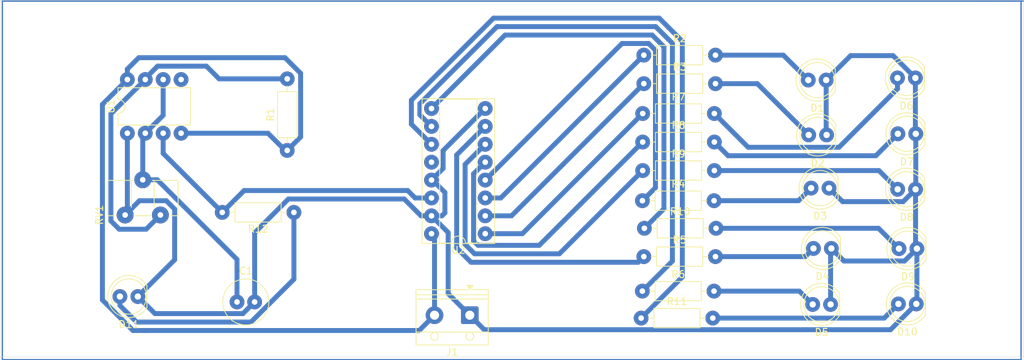
<source format=kicad_pcb>
(kicad_pcb (version 20241229) (generator "pcbnew") (generator_version "9.0")
  (layers (0 "F.Cu" signal) (2 "B.Cu" signal) (13 "F.Paste" user) (15 "B.Paste" user) (5 "F.SilkS" user "F.Silkscreen") (7 "B.SilkS" user "B.Silkscreen") (1 "F.Mask" user) (3 "B.Mask" user) (25 "Edge.Cuts" user))
  (net 0 "")
  (net 1 "/Trig")
  (net 2 "GND")
  (net 3 "Net-(D1-A)")
  (net 4 "Net-(D2-A)")
  (net 5 "Net-(D3-A)")
  (net 6 "Net-(D4-A)")
  (net 7 "Net-(D5-A)")
  (net 8 "Net-(D6-A)")
  (net 9 "Net-(D7-A)")
  (net 10 "Net-(D8-A)")
  (net 11 "Net-(D9-A)")
  (net 12 "Net-(D10-A)")
  (net 13 "/Vcc")
  (net 14 "Net-(U1-DIS)")
  (net 16 "/Out")
  (net 17 "Net-(U2-Q0)")
  (net 19 "Net-(U2-Q1)")
  (net 20 "Net-(U2-Q2)")
  (net 21 "Net-(U2-Q3)")
  (net 22 "Net-(U2-Q4)")
  (net 23 "Net-(U2-Q5)")
  (net 24 "Net-(U2-Q6)")
  (net 25 "Net-(U2-Q7)")
  (net 26 "Net-(U2-Q8)")
  (net 27 "Net-(U2-Q9)")
  (net 28 "Net-(D11-A)")
  (footprint "LED_THT:LED_D5.0mm_Clear" (layer "F.Cu") (at 186.8095 78.0155 180)
    (property "Reference" "D3" (at 1.27 -3.96 0) (layer "F.SilkS"))
    (property "Value" "LED")
    (fp_line (start -1.29 -1.545) (end -1.29 1.545) (stroke (width 0.12)) (layer "F.SilkS"))
    (fp_arc (start 4.26 0) (mid 2.071779 2.880495) (end -1.29 1.54483) (stroke (width 0.12)) (layer "F.SilkS"))
    (fp_arc (start -1.29 -1.54483) (mid 2.071779 -2.880495) (end 4.26 0) (stroke (width 0.12)) (layer "F.SilkS"))
    (fp_circle (center 1.27 0) (end 3.77 0) (stroke (width 0.12)) (fill no) (layer "F.SilkS"))
    (pad "1" thru_hole circle (at 0 0 180) (size 2.1 2.1) (drill 0.9) (layers "*.Cu" "*.Mask") (net 2 "GND"))
    (pad "2" thru_hole circle (at 2.54 0 180) (size 2.1 2.1) (drill 0.9) (layers "*.Cu" "*.Mask") (net 5 "Net-(D3-A)"))
  )
  (footprint "Resistor_THT:R_Axial_DIN0207_L6.3mm_D2.5mm_P10.16mm_Horizontal" (layer "F.Cu") (at 160.3845 67.4255)
    (property "Reference" "R7" (at 5.08 -2.37 0) (layer "F.SilkS"))
    (property "Value" "330")
    (fp_line (start 1.04 0) (end 1.81 0) (stroke (width 0.12)) (layer "F.SilkS"))
    (fp_line (start 9.12 0) (end 8.35 0) (stroke (width 0.12)) (layer "F.SilkS"))
    (fp_rect (start 1.81 -1.37) (end 8.35 1.37) (stroke (width 0.12)) (fill no) (layer "F.SilkS"))
    (pad "1" thru_hole circle (at 0 0) (size 2.1 2.1) (drill 0.8) (layers "*.Cu" "*.Mask") (net 23 "Net-(U2-Q5)"))
    (pad "2" thru_hole circle (at 10.16 0) (size 2.1 2.1) (drill 0.8) (layers "*.Cu" "*.Mask") (net 8 "Net-(D6-A)"))
  )
  (footprint "LED_THT:LED_D5.0mm_Clear" (layer "F.Cu") (at 199.1845 94.4655 180)
    (property "Reference" "D10" (at 1.27 -3.96 0) (layer "F.SilkS"))
    (property "Value" "LED")
    (fp_line (start -1.29 -1.545) (end -1.29 1.545) (stroke (width 0.12)) (layer "F.SilkS"))
    (fp_arc (start 4.26 0) (mid 2.071779 2.880495) (end -1.29 1.54483) (stroke (width 0.12)) (layer "F.SilkS"))
    (fp_arc (start -1.29 -1.54483) (mid 2.071779 -2.880495) (end 4.26 0) (stroke (width 0.12)) (layer "F.SilkS"))
    (fp_circle (center 1.27 0) (end 3.77 0) (stroke (width 0.12)) (fill no) (layer "F.SilkS"))
    (pad "1" thru_hole circle (at 0 0 180) (size 2.1 2.1) (drill 0.9) (layers "*.Cu" "*.Mask") (net 2 "GND"))
    (pad "2" thru_hole circle (at 2.54 0 180) (size 2.1 2.1) (drill 0.9) (layers "*.Cu" "*.Mask") (net 12 "Net-(D10-A)"))
  )
  (footprint "Resistor_THT:R_Axial_DIN0207_L6.3mm_D2.5mm_P10.16mm_Horizontal" (layer "F.Cu") (at 160.5445 59.1355)
    (property "Reference" "R2" (at 5.08 -2.37 0) (layer "F.SilkS"))
    (property "Value" "330")
    (fp_line (start 1.04 0) (end 1.81 0) (stroke (width 0.12)) (layer "F.SilkS"))
    (fp_line (start 9.12 0) (end 8.35 0) (stroke (width 0.12)) (layer "F.SilkS"))
    (fp_rect (start 1.81 -1.37) (end 8.35 1.37) (stroke (width 0.12)) (fill no) (layer "F.SilkS"))
    (pad "1" thru_hole circle (at 0 0) (size 2.1 2.1) (drill 0.8) (layers "*.Cu" "*.Mask") (net 17 "Net-(U2-Q0)"))
    (pad "2" thru_hole circle (at 10.16 0) (size 2.1 2.1) (drill 0.8) (layers "*.Cu" "*.Mask") (net 3 "Net-(D1-A)"))
  )
  (footprint "LED_THT:LED_D5.0mm_Clear" (layer "F.Cu") (at 199.0545 62.3755 180)
    (property "Reference" "D6" (at 1.27 -3.96 0) (layer "F.SilkS"))
    (property "Value" "LED")
    (fp_line (start -1.29 -1.545) (end -1.29 1.545) (stroke (width 0.12)) (layer "F.SilkS"))
    (fp_arc (start 4.26 0) (mid 2.071779 2.880495) (end -1.29 1.54483) (stroke (width 0.12)) (layer "F.SilkS"))
    (fp_arc (start -1.29 -1.54483) (mid 2.071779 -2.880495) (end 4.26 0) (stroke (width 0.12)) (layer "F.SilkS"))
    (fp_circle (center 1.27 0) (end 3.77 0) (stroke (width 0.12)) (fill no) (layer "F.SilkS"))
    (pad "1" thru_hole circle (at 0 0 180) (size 2.1 2.1) (drill 0.9) (layers "*.Cu" "*.Mask") (net 2 "GND"))
    (pad "2" thru_hole circle (at 2.54 0 180) (size 2.1 2.1) (drill 0.9) (layers "*.Cu" "*.Mask") (net 8 "Net-(D6-A)"))
  )
  (footprint "Resistor_THT:R_Axial_DIN0207_L6.3mm_D2.5mm_P10.16mm_Horizontal" (layer "F.Cu") (at 160.3845 75.5255)
    (property "Reference" "R9" (at 5.08 -2.37 0) (layer "F.SilkS"))
    (property "Value" "330")
    (fp_line (start 1.04 0) (end 1.81 0) (stroke (width 0.12)) (layer "F.SilkS"))
    (fp_line (start 9.12 0) (end 8.35 0) (stroke (width 0.12)) (layer "F.SilkS"))
    (fp_rect (start 1.81 -1.37) (end 8.35 1.37) (stroke (width 0.12)) (fill no) (layer "F.SilkS"))
    (pad "1" thru_hole circle (at 0 0) (size 2.1 2.1) (drill 0.8) (layers "*.Cu" "*.Mask") (net 25 "Net-(U2-Q7)"))
    (pad "2" thru_hole circle (at 10.16 0) (size 2.1 2.1) (drill 0.8) (layers "*.Cu" "*.Mask") (net 10 "Net-(D8-A)"))
  )
  (footprint "LED_THT:LED_D5.0mm_Clear" (layer "F.Cu") (at 199.1095 70.3055 180)
    (property "Reference" "D7" (at 1.27 -3.96 0) (layer "F.SilkS"))
    (property "Value" "LED")
    (fp_line (start -1.29 -1.545) (end -1.29 1.545) (stroke (width 0.12)) (layer "F.SilkS"))
    (fp_arc (start 4.26 0) (mid 2.071779 2.880495) (end -1.29 1.54483) (stroke (width 0.12)) (layer "F.SilkS"))
    (fp_arc (start -1.29 -1.54483) (mid 2.071779 -2.880495) (end 4.26 0) (stroke (width 0.12)) (layer "F.SilkS"))
    (fp_circle (center 1.27 0) (end 3.77 0) (stroke (width 0.12)) (fill no) (layer "F.SilkS"))
    (pad "1" thru_hole circle (at 0 0 180) (size 2.1 2.1) (drill 0.9) (layers "*.Cu" "*.Mask") (net 2 "GND"))
    (pad "2" thru_hole circle (at 2.54 0 180) (size 2.1 2.1) (drill 0.9) (layers "*.Cu" "*.Mask") (net 9 "Net-(D7-A)"))
  )
  (footprint "LED_THT:LED_D5.0mm_Clear" (layer "F.Cu") (at 187.0295 94.5355 180)
    (property "Reference" "D5" (at 1.27 -3.96 0) (layer "F.SilkS"))
    (property "Value" "LED")
    (fp_line (start -1.29 -1.545) (end -1.29 1.545) (stroke (width 0.12)) (layer "F.SilkS"))
    (fp_arc (start 4.26 0) (mid 2.071779 2.880495) (end -1.29 1.54483) (stroke (width 0.12)) (layer "F.SilkS"))
    (fp_arc (start -1.29 -1.54483) (mid 2.071779 -2.880495) (end 4.26 0) (stroke (width 0.12)) (layer "F.SilkS"))
    (fp_circle (center 1.27 0) (end 3.77 0) (stroke (width 0.12)) (fill no) (layer "F.SilkS"))
    (pad "1" thru_hole circle (at 0 0 180) (size 2.1 2.1) (drill 0.9) (layers "*.Cu" "*.Mask") (net 2 "GND"))
    (pad "2" thru_hole circle (at 2.54 0 180) (size 2.1 2.1) (drill 0.9) (layers "*.Cu" "*.Mask") (net 7 "Net-(D5-A)"))
  )
  (footprint "Resistor_THT:R_Axial_DIN0207_L6.3mm_D2.5mm_P10.16mm_Horizontal" (layer "F.Cu") (at 160.3445 79.8055)
    (property "Reference" "R4" (at 5.08 -2.37 0) (layer "F.SilkS"))
    (property "Value" "330")
    (fp_line (start 1.04 0) (end 1.81 0) (stroke (width 0.12)) (layer "F.SilkS"))
    (fp_line (start 9.12 0) (end 8.35 0) (stroke (width 0.12)) (layer "F.SilkS"))
    (fp_rect (start 1.81 -1.37) (end 8.35 1.37) (stroke (width 0.12)) (fill no) (layer "F.SilkS"))
    (pad "1" thru_hole circle (at 0 0) (size 2.1 2.1) (drill 0.8) (layers "*.Cu" "*.Mask") (net 20 "Net-(U2-Q2)"))
    (pad "2" thru_hole circle (at 10.16 0) (size 2.1 2.1) (drill 0.8) (layers "*.Cu" "*.Mask") (net 5 "Net-(D3-A)"))
  )
  (footprint "TerminalBlock_RND:TerminalBlock_RND_205-00012_1x02_P5.00mm_Horizontal" (layer "F.Cu") (at 135.8645 96.068 180)
    (property "Reference" "J1" (at 2.5 -5.22 0) (layer "F.SilkS"))
    (property "Value" "Screw_Terminal_01x02")
    (fp_line (start 7.62 3.62) (end 0.3 3.62) (stroke (width 0.12)) (layer "F.SilkS"))
    (fp_line (start 7.62 -4.22) (end 7.62 3.62) (stroke (width 0.12)) (layer "F.SilkS"))
    (fp_line (start -0.3 3.62) (end -2.62 3.62) (stroke (width 0.12)) (layer "F.SilkS"))
    (fp_line (start -2.62 3.62) (end -2.62 -4.22) (stroke (width 0.12)) (layer "F.SilkS"))
    (fp_line (start -2.62 2.9) (end 7.62 2.9) (stroke (width 0.12)) (layer "F.SilkS"))
    (fp_line (start -2.62 2.3) (end 7.62 2.3) (stroke (width 0.12)) (layer "F.SilkS"))
    (fp_line (start -2.62 -2.4) (end 7.62 -2.4) (stroke (width 0.12)) (layer "F.SilkS"))
    (fp_line (start -2.62 -4.22) (end 7.62 -4.22) (stroke (width 0.12)) (layer "F.SilkS"))
    (fp_circle (center 5 -3) (end 5.55 -3) (stroke (width 0.12)) (fill no) (layer "F.SilkS"))
    (fp_circle (center 0 -3) (end 0.55 -3) (stroke (width 0.12)) (fill no) (layer "F.SilkS"))
    (fp_poly (pts (xy 0 3.62) (xy 0.44 4.23) (xy -0.44 4.23)) (stroke (width 0.12)) (fill yes) (layer "F.SilkS"))
    (pad "1" thru_hole roundrect (at 0 0 180) (size 2.5 2.5) (drill 1.3) (layers "*.Cu" "*.Mask") (roundrect_rratio 0.1) (net 2 "GND"))
    (pad "2" thru_hole circle (at 5 0 180) (size 2.5 2.5) (drill 1.3) (layers "*.Cu" "*.Mask") (net 13 "/Vcc"))
  )
  (footprint "Resistor_THT:R_Axial_DIN0207_L6.3mm_D2.5mm_P10.16mm_Horizontal" (layer "F.Cu") (at 160.3845 71.4755)
    (property "Reference" "R8" (at 5.08 -2.37 0) (layer "F.SilkS"))
    (property "Value" "330")
    (fp_line (start 1.04 0) (end 1.81 0) (stroke (width 0.12)) (layer "F.SilkS"))
    (fp_line (start 9.12 0) (end 8.35 0) (stroke (width 0.12)) (layer "F.SilkS"))
    (fp_rect (start 1.81 -1.37) (end 8.35 1.37) (stroke (width 0.12)) (fill no) (layer "F.SilkS"))
    (pad "1" thru_hole circle (at 0 0) (size 2.1 2.1) (drill 0.8) (layers "*.Cu" "*.Mask") (net 24 "Net-(U2-Q6)"))
    (pad "2" thru_hole circle (at 10.16 0) (size 2.1 2.1) (drill 0.8) (layers "*.Cu" "*.Mask") (net 9 "Net-(D7-A)"))
  )
  (footprint "Resistor_THT:R_Axial_DIN0207_L6.3mm_D2.5mm_P10.16mm_Horizontal" (layer "F.Cu") (at 160.5445 87.7455)
    (property "Reference" "R5" (at 5.08 -2.37 0) (layer "F.SilkS"))
    (property "Value" "330")
    (fp_line (start 1.04 0) (end 1.81 0) (stroke (width 0.12)) (layer "F.SilkS"))
    (fp_line (start 9.12 0) (end 8.35 0) (stroke (width 0.12)) (layer "F.SilkS"))
    (fp_rect (start 1.81 -1.37) (end 8.35 1.37) (stroke (width 0.12)) (fill no) (layer "F.SilkS"))
    (pad "1" thru_hole circle (at 0 0) (size 2.1 2.1) (drill 0.8) (layers "*.Cu" "*.Mask") (net 21 "Net-(U2-Q3)"))
    (pad "2" thru_hole circle (at 10.16 0) (size 2.1 2.1) (drill 0.8) (layers "*.Cu" "*.Mask") (net 6 "Net-(D4-A)"))
  )
  (footprint "LED_THT:LED_D5.0mm_Clear" (layer "F.Cu") (at 186.4645 70.4655 180)
    (property "Reference" "D2" (at 1.27 -3.96 0) (layer "F.SilkS"))
    (property "Value" "LED")
    (fp_line (start -1.29 -1.545) (end -1.29 1.545) (stroke (width 0.12)) (layer "F.SilkS"))
    (fp_arc (start 4.26 0) (mid 2.071779 2.880495) (end -1.29 1.54483) (stroke (width 0.12)) (layer "F.SilkS"))
    (fp_arc (start -1.29 -1.54483) (mid 2.071779 -2.880495) (end 4.26 0) (stroke (width 0.12)) (layer "F.SilkS"))
    (fp_circle (center 1.27 0) (end 3.77 0) (stroke (width 0.12)) (fill no) (layer "F.SilkS"))
    (pad "1" thru_hole circle (at 0 0 180) (size 2.1 2.1) (drill 0.9) (layers "*.Cu" "*.Mask") (net 2 "GND"))
    (pad "2" thru_hole circle (at 2.54 0 180) (size 2.1 2.1) (drill 0.9) (layers "*.Cu" "*.Mask") (net 4 "Net-(D2-A)"))
  )
  (footprint "LED_THT:LED_D5.0mm_Clear" (layer "F.Cu") (at 186.4045 62.6755 180)
    (property "Reference" "D1" (at 1.27 -3.96 0) (layer "F.SilkS"))
    (property "Value" "LED")
    (fp_line (start -1.29 -1.545) (end -1.29 1.545) (stroke (width 0.12)) (layer "F.SilkS"))
    (fp_arc (start 4.26 0) (mid 2.071779 2.880495) (end -1.29 1.54483) (stroke (width 0.12)) (layer "F.SilkS"))
    (fp_arc (start -1.29 -1.54483) (mid 2.071779 -2.880495) (end 4.26 0) (stroke (width 0.12)) (layer "F.SilkS"))
    (fp_circle (center 1.27 0) (end 3.77 0) (stroke (width 0.12)) (fill no) (layer "F.SilkS"))
    (pad "1" thru_hole circle (at 0 0 180) (size 2.1 2.1) (drill 0.9) (layers "*.Cu" "*.Mask") (net 2 "GND"))
    (pad "2" thru_hole circle (at 2.54 0 180) (size 2.1 2.1) (drill 0.9) (layers "*.Cu" "*.Mask") (net 3 "Net-(D1-A)"))
  )
  (footprint "Resistor_THT:R_Axial_DIN0207_L6.3mm_D2.5mm_P10.16mm_Horizontal" (layer "F.Cu") (at 160.5445 63.1855)
    (property "Reference" "R3" (at 5.08 -2.37 0) (layer "F.SilkS"))
    (property "Value" "330")
    (fp_line (start 1.04 0) (end 1.81 0) (stroke (width 0.12)) (layer "F.SilkS"))
    (fp_line (start 9.12 0) (end 8.35 0) (stroke (width 0.12)) (layer "F.SilkS"))
    (fp_rect (start 1.81 -1.37) (end 8.35 1.37) (stroke (width 0.12)) (fill no) (layer "F.SilkS"))
    (pad "1" thru_hole circle (at 0 0) (size 2.1 2.1) (drill 0.8) (layers "*.Cu" "*.Mask") (net 19 "Net-(U2-Q1)"))
    (pad "2" thru_hole circle (at 10.16 0) (size 2.1 2.1) (drill 0.8) (layers "*.Cu" "*.Mask") (net 4 "Net-(D2-A)"))
  )
  (footprint "LED_THT:LED_D5.0mm_Clear" (layer "F.Cu") (at 199.2695 86.6155 180)
    (property "Reference" "D9" (at 1.27 -3.96 0) (layer "F.SilkS"))
    (property "Value" "LED")
    (fp_line (start -1.29 -1.545) (end -1.29 1.545) (stroke (width 0.12)) (layer "F.SilkS"))
    (fp_arc (start 4.26 0) (mid 2.071779 2.880495) (end -1.29 1.54483) (stroke (width 0.12)) (layer "F.SilkS"))
    (fp_arc (start -1.29 -1.54483) (mid 2.071779 -2.880495) (end 4.26 0) (stroke (width 0.12)) (layer "F.SilkS"))
    (fp_circle (center 1.27 0) (end 3.77 0) (stroke (width 0.12)) (fill no) (layer "F.SilkS"))
    (pad "1" thru_hole circle (at 0 0 180) (size 2.1 2.1) (drill 0.9) (layers "*.Cu" "*.Mask") (net 2 "GND"))
    (pad "2" thru_hole circle (at 2.54 0 180) (size 2.1 2.1) (drill 0.9) (layers "*.Cu" "*.Mask") (net 11 "Net-(D9-A)"))
  )
  (footprint "Resistor_THT:R_Axial_DIN0207_L6.3mm_D2.5mm_P10.16mm_Horizontal" (layer "F.Cu") (at 160.3345 92.6455)
    (property "Reference" "R6" (at 5.08 -2.37 0) (layer "F.SilkS"))
    (property "Value" "330")
    (fp_line (start 1.04 0) (end 1.81 0) (stroke (width 0.12)) (layer "F.SilkS"))
    (fp_line (start 9.12 0) (end 8.35 0) (stroke (width 0.12)) (layer "F.SilkS"))
    (fp_rect (start 1.81 -1.37) (end 8.35 1.37) (stroke (width 0.12)) (fill no) (layer "F.SilkS"))
    (pad "1" thru_hole circle (at 0 0) (size 2.1 2.1) (drill 0.8) (layers "*.Cu" "*.Mask") (net 22 "Net-(U2-Q4)"))
    (pad "2" thru_hole circle (at 10.16 0) (size 2.1 2.1) (drill 0.8) (layers "*.Cu" "*.Mask") (net 7 "Net-(D5-A)"))
  )
  (footprint "LED_THT:LED_D5.0mm_Clear" (layer "F.Cu") (at 88.7895 93.4155 180)
    (property "Reference" "D11" (at 1.27 -3.96 0) (layer "F.SilkS"))
    (property "Value" "LED")
    (fp_line (start -1.29 -1.545) (end -1.29 1.545) (stroke (width 0.12)) (layer "F.SilkS"))
    (fp_arc (start 4.26 0) (mid 2.071779 2.880495) (end -1.29 1.54483) (stroke (width 0.12)) (layer "F.SilkS"))
    (fp_arc (start -1.29 -1.54483) (mid 2.071779 -2.880495) (end 4.26 0) (stroke (width 0.12)) (layer "F.SilkS"))
    (fp_circle (center 1.27 0) (end 3.77 0) (stroke (width 0.12)) (fill no) (layer "F.SilkS"))
    (pad "1" thru_hole circle (at 0 0 180) (size 2.1 2.1) (drill 0.9) (layers "*.Cu" "*.Mask") (net 2 "GND"))
    (pad "2" thru_hole circle (at 2.54 0 180) (size 2.1 2.1) (drill 0.9) (layers "*.Cu" "*.Mask") (net 28 "Net-(D11-A)"))
  )
  (footprint "Resistor_THT:R_Axial_DIN0207_L6.3mm_D2.5mm_P10.16mm_Horizontal" (layer "F.Cu") (at 110.9245 81.4655 180)
    (property "Reference" "R12" (at 5.08 -2.37 0) (layer "F.SilkS"))
    (property "Value" "330")
    (fp_line (start 9.12 0) (end 8.35 0) (stroke (width 0.12)) (layer "F.SilkS"))
    (fp_line (start 1.04 0) (end 1.81 0) (stroke (width 0.12)) (layer "F.SilkS"))
    (fp_rect (start 1.81 -1.37) (end 8.35 1.37) (stroke (width 0.12)) (fill no) (layer "F.SilkS"))
    (pad "1" thru_hole circle (at 0 0 180) (size 2.1 2.1) (drill 0.8) (layers "*.Cu" "*.Mask") (net 28 "Net-(D11-A)"))
    (pad "2" thru_hole circle (at 10.16 0 180) (size 2.1 2.1) (drill 0.8) (layers "*.Cu" "*.Mask") (net 16 "/Out"))
  )
  (footprint "Capacitor_THT:C_Radial_D6.3mm_H5.0mm_P2.50mm" (layer "F.Cu") (at 102.8545 94.1855)
    (property "Reference" "C1" (at 1.25 -4.4 0) (layer "F.SilkS"))
    (property "Value" "33u")
    (fp_circle (center 1.25 0) (end 4.52 0) (stroke (width 0.12)) (fill no) (layer "F.SilkS"))
    (pad "1" thru_hole circle (at 0 0) (size 2.1 2.1) (drill 0.8) (layers "*.Cu" "*.Mask") (net 1 "/Trig"))
    (pad "2" thru_hole circle (at 2.5 0) (size 2.1 2.1) (drill 0.8) (layers "*.Cu" "*.Mask") (net 2 "GND"))
  )
  (footprint "LED_THT:LED_D5.0mm_Clear" (layer "F.Cu") (at 199.0795 78.1855 180)
    (property "Reference" "D8" (at 1.27 -3.96 0) (layer "F.SilkS"))
    (property "Value" "LED")
    (fp_line (start -1.29 -1.545) (end -1.29 1.545) (stroke (width 0.12)) (layer "F.SilkS"))
    (fp_arc (start 4.26 0) (mid 2.071779 2.880495) (end -1.29 1.54483) (stroke (width 0.12)) (layer "F.SilkS"))
    (fp_arc (start -1.29 -1.54483) (mid 2.071779 -2.880495) (end 4.26 0) (stroke (width 0.12)) (layer "F.SilkS"))
    (fp_circle (center 1.27 0) (end 3.77 0) (stroke (width 0.12)) (fill no) (layer "F.SilkS"))
    (pad "1" thru_hole circle (at 0 0 180) (size 2.1 2.1) (drill 0.9) (layers "*.Cu" "*.Mask") (net 2 "GND"))
    (pad "2" thru_hole circle (at 2.54 0 180) (size 2.1 2.1) (drill 0.9) (layers "*.Cu" "*.Mask") (net 10 "Net-(D8-A)"))
  )
  (footprint "Resistor_THT:R_Axial_DIN0207_L6.3mm_D2.5mm_P10.16mm_Horizontal" (layer "F.Cu") (at 160.1645 96.4755)
    (property "Reference" "R11" (at 5.08 -2.37 0) (layer "F.SilkS"))
    (property "Value" "330")
    (fp_line (start 1.04 0) (end 1.81 0) (stroke (width 0.12)) (layer "F.SilkS"))
    (fp_line (start 9.12 0) (end 8.35 0) (stroke (width 0.12)) (layer "F.SilkS"))
    (fp_rect (start 1.81 -1.37) (end 8.35 1.37) (stroke (width 0.12)) (fill no) (layer "F.SilkS"))
    (pad "1" thru_hole circle (at 0 0) (size 2.1 2.1) (drill 0.8) (layers "*.Cu" "*.Mask") (net 27 "Net-(U2-Q9)"))
    (pad "2" thru_hole circle (at 10.16 0) (size 2.1 2.1) (drill 0.8) (layers "*.Cu" "*.Mask") (net 12 "Net-(D10-A)"))
  )
  (footprint "LED_THT:LED_D5.0mm_Clear" (layer "F.Cu") (at 187.1395 86.5855 180)
    (property "Reference" "D4" (at 1.27 -3.96 0) (layer "F.SilkS"))
    (property "Value" "LED")
    (fp_line (start -1.29 -1.545) (end -1.29 1.545) (stroke (width 0.12)) (layer "F.SilkS"))
    (fp_arc (start 4.26 0) (mid 2.071779 2.880495) (end -1.29 1.54483) (stroke (width 0.12)) (layer "F.SilkS"))
    (fp_arc (start -1.29 -1.54483) (mid 2.071779 -2.880495) (end 4.26 0) (stroke (width 0.12)) (layer "F.SilkS"))
    (fp_circle (center 1.27 0) (end 3.77 0) (stroke (width 0.12)) (fill no) (layer "F.SilkS"))
    (pad "1" thru_hole circle (at 0 0 180) (size 2.1 2.1) (drill 0.9) (layers "*.Cu" "*.Mask") (net 2 "GND"))
    (pad "2" thru_hole circle (at 2.54 0 180) (size 2.1 2.1) (drill 0.9) (layers "*.Cu" "*.Mask") (net 6 "Net-(D4-A)"))
  )
  (footprint "Resistor_THT:R_Axial_DIN0207_L6.3mm_D2.5mm_P10.16mm_Horizontal" (layer "F.Cu") (at 109.9745 72.6655 90)
    (property "Reference" "R1" (at 5.08 -2.37 90) (layer "F.SilkS"))
    (property "Value" "1k")
    (fp_line (start 9.12 0) (end 8.35 0) (stroke (width 0.12)) (layer "F.SilkS"))
    (fp_line (start 1.04 0) (end 1.81 0) (stroke (width 0.12)) (layer "F.SilkS"))
    (fp_rect (start 1.81 -1.37) (end 8.35 1.37) (stroke (width 0.12)) (fill no) (layer "F.SilkS"))
    (pad "1" thru_hole circle (at 0 0 90) (size 2.1 2.1) (drill 0.8) (layers "*.Cu" "*.Mask") (net 13 "/Vcc"))
    (pad "2" thru_hole circle (at 10.16 0 90) (size 2.1 2.1) (drill 0.8) (layers "*.Cu" "*.Mask") (net 14 "Net-(U1-DIS)"))
  )
  (footprint "Package_DIP:DIP-16_W7.62mm_Socket" (layer "F.Cu") (at 138.0545 84.4955 180)
    (property "Reference" "U2" (at 3.81 -2.33 0) (layer "F.SilkS"))
    (property "Value" "4017")
    (fp_line (start 6.46 19.11) (end 6.46 -1.33) (stroke (width 0.12)) (layer "F.SilkS"))
    (fp_line (start 6.46 -1.33) (end 4.81 -1.33) (stroke (width 0.12)) (layer "F.SilkS"))
    (fp_line (start 2.81 -1.33) (end 1.16 -1.33) (stroke (width 0.12)) (layer "F.SilkS"))
    (fp_line (start 1.16 19.11) (end 6.46 19.11) (stroke (width 0.12)) (layer "F.SilkS"))
    (fp_line (start 1.16 -1.33) (end 1.16 19.11) (stroke (width 0.12)) (layer "F.SilkS"))
    (fp_rect (start -1.33 -1.39) (end 8.95 19.17) (stroke (width 0.12)) (fill no) (layer "F.SilkS"))
    (fp_arc (start 4.81 -1.33) (mid 3.81 -0.33) (end 2.81 -1.33) (stroke (width 0.12)) (layer "F.SilkS"))
    (pad "1" thru_hole circle (at 0 0 180) (size 2.1 2.1) (drill 0.8) (layers "*.Cu" "*.Mask") (net 23 "Net-(U2-Q5)"))
    (pad "2" thru_hole circle (at 0 2.54 180) (size 2.1 2.1) (drill 0.8) (layers "*.Cu" "*.Mask") (net 19 "Net-(U2-Q1)"))
    (pad "3" thru_hole circle (at 0 5.08 180) (size 2.1 2.1) (drill 0.8) (layers "*.Cu" "*.Mask") (net 17 "Net-(U2-Q0)"))
    (pad "4" thru_hole circle (at 0 7.62 180) (size 2.1 2.1) (drill 0.8) (layers "*.Cu" "*.Mask") (net 20 "Net-(U2-Q2)"))
    (pad "5" thru_hole circle (at 0 10.16 180) (size 2.1 2.1) (drill 0.8) (layers "*.Cu" "*.Mask") (net 24 "Net-(U2-Q6)"))
    (pad "6" thru_hole circle (at 0 12.7 180) (size 2.1 2.1) (drill 0.8) (layers "*.Cu" "*.Mask") (net 25 "Net-(U2-Q7)"))
    (pad "7" thru_hole circle (at 0 15.24 180) (size 2.1 2.1) (drill 0.8) (layers "*.Cu" "*.Mask") (net 21 "Net-(U2-Q3)"))
    (pad "8" thru_hole circle (at 0 17.78 180) (size 2.1 2.1) (drill 0.8) (layers "*.Cu" "*.Mask") (net 2 "GND"))
    (pad "9" thru_hole circle (at 7.62 17.78 180) (size 2.1 2.1) (drill 0.8) (layers "*.Cu" "*.Mask") (net 26 "Net-(U2-Q8)"))
    (pad "10" thru_hole circle (at 7.62 15.24 180) (size 2.1 2.1) (drill 0.8) (layers "*.Cu" "*.Mask") (net 22 "Net-(U2-Q4)"))
    (pad "11" thru_hole circle (at 7.62 12.7 180) (size 2.1 2.1) (drill 0.8) (layers "*.Cu" "*.Mask") (net 27 "Net-(U2-Q9)"))
    (pad "12" thru_hole circle (at 7.62 10.16 180) (size 2.1 2.1) (drill 0.8) (layers "*.Cu" "*.Mask"))
    (pad "13" thru_hole circle (at 7.62 7.62 180) (size 2.1 2.1) (drill 0.8) (layers "*.Cu" "*.Mask") (net 2 "GND"))
    (pad "14" thru_hole circle (at 7.62 5.08 180) (size 2.1 2.1) (drill 0.8) (layers "*.Cu" "*.Mask") (net 16 "/Out"))
    (pad "15" thru_hole circle (at 7.62 2.54 180) (size 2.1 2.1) (drill 0.8) (layers "*.Cu" "*.Mask") (net 2 "GND"))
    (pad "16" thru_hole circle (at 7.62 0 180) (size 2.1 2.1) (drill 0.8) (layers "*.Cu" "*.Mask") (net 13 "/Vcc"))
  )
  (footprint "Package_DIP:DIP-8_W7.62mm" (layer "F.Cu") (at 87.3045 70.2205 90)
    (property "Reference" "U1" (at 3.81 -2.33 90) (layer "F.SilkS"))
    (property "Value" "NE555P")
    (fp_line (start 6.46 -1.33) (end 4.81 -1.33) (stroke (width 0.12)) (layer "F.SilkS"))
    (fp_line (start 2.81 -1.33) (end 1.16 -1.33) (stroke (width 0.12)) (layer "F.SilkS"))
    (fp_line (start 1.16 -1.33) (end 1.16 8.95) (stroke (width 0.12)) (layer "F.SilkS"))
    (fp_line (start 6.46 8.95) (end 6.46 -1.33) (stroke (width 0.12)) (layer "F.SilkS"))
    (fp_line (start 1.16 8.95) (end 6.46 8.95) (stroke (width 0.12)) (layer "F.SilkS"))
    (fp_arc (start 4.81 -1.33) (mid 3.81 -0.33) (end 2.81 -1.33) (stroke (width 0.12)) (layer "F.SilkS"))
    (pad "1" thru_hole circle (at 0 0 90) (size 2.1 2.1) (drill 0.8) (layers "*.Cu" "*.Mask") (net 2 "GND"))
    (pad "2" thru_hole circle (at 0 2.54 90) (size 2.1 2.1) (drill 0.8) (layers "*.Cu" "*.Mask") (net 1 "/Trig"))
    (pad "3" thru_hole circle (at 0 5.08 90) (size 2.1 2.1) (drill 0.8) (layers "*.Cu" "*.Mask") (net 16 "/Out"))
    (pad "4" thru_hole circle (at 0 7.62 90) (size 2.1 2.1) (drill 0.8) (layers "*.Cu" "*.Mask") (net 13 "/Vcc"))
    (pad "5" thru_hole circle (at 7.62 7.62 90) (size 2.1 2.1) (drill 0.8) (layers "*.Cu" "*.Mask"))
    (pad "6" thru_hole circle (at 7.62 5.08 90) (size 2.1 2.1) (drill 0.8) (layers "*.Cu" "*.Mask") (net 1 "/Trig"))
    (pad "7" thru_hole circle (at 7.62 2.54 90) (size 2.1 2.1) (drill 0.8) (layers "*.Cu" "*.Mask") (net 14 "Net-(U1-DIS)"))
    (pad "8" thru_hole circle (at 7.62 0 90) (size 2.1 2.1) (drill 0.8) (layers "*.Cu" "*.Mask") (net 13 "/Vcc"))
  )
  (footprint "Potentiometer_THT:Potentiometer_ACP_CA9-H5_Horizontal" (layer "F.Cu") (at 86.9895 81.8355 90)
    (property "Reference" "RV1" (at 0 -3.65 90) (layer "F.SilkS"))
    (property "Value" "100k")
    (fp_line (start 4.91 -2.51) (end 4.91 1.103) (stroke (width 0.12)) (layer "F.SilkS"))
    (fp_line (start -0.11 -2.51) (end 4.91 -2.51) (stroke (width 0.12)) (layer "F.SilkS"))
    (fp_line (start -0.11 -1.396) (end -0.11 -2.51) (stroke (width 0.12)) (layer "F.SilkS"))
    (fp_line (start 4.91 0.89) (end 4.91 1.103) (stroke (width 0.12)) (layer "F.SilkS"))
    (fp_line (start 1.081 0.89) (end 4.91 0.89) (stroke (width 0.12)) (layer "F.SilkS"))
    (fp_line (start -0.11 3.604) (end -0.11 1.396) (stroke (width 0.12)) (layer "F.SilkS"))
    (fp_line (start -0.11 3.604) (end -0.11 1.396) (stroke (width 0.12)) (layer "F.SilkS"))
    (fp_line (start 4.91 3.897) (end 4.91 4.11) (stroke (width 0.12)) (layer "F.SilkS"))
    (fp_line (start 4.91 3.897) (end 4.91 7.51) (stroke (width 0.12)) (layer "F.SilkS"))
    (fp_line (start 4.91 4.11) (end 1.081 4.11) (stroke (width 0.12)) (layer "F.SilkS"))
    (fp_line (start 4.91 7.51) (end -0.11 7.51) (stroke (width 0.12)) (layer "F.SilkS"))
    (fp_line (start -0.11 7.51) (end -0.11 6.396) (stroke (width 0.12)) (layer "F.SilkS"))
    (pad "1" thru_hole circle (at 0 0 90) (size 2.4 2.4) (drill 0.8) (layers "*.Cu" "*.Mask") (net 2 "GND"))
    (pad "2" thru_hole circle (at 5 2.5 90) (size 2.4 2.4) (drill 0.8) (layers "*.Cu" "*.Mask") (net 1 "/Trig"))
    (pad "3" thru_hole circle (at 0 5 90) (size 2.4 2.4) (drill 0.8) (layers "*.Cu" "*.Mask") (net 14 "Net-(U1-DIS)"))
  )
  (footprint "Resistor_THT:R_Axial_DIN0207_L6.3mm_D2.5mm_P10.16mm_Horizontal" (layer "F.Cu") (at 160.6245 83.7255)
    (property "Reference" "R10" (at 5.08 -2.37 0) (layer "F.SilkS"))
    (property "Value" "330")
    (fp_line (start 1.04 0) (end 1.81 0) (stroke (width 0.12)) (layer "F.SilkS"))
    (fp_line (start 9.12 0) (end 8.35 0) (stroke (width 0.12)) (layer "F.SilkS"))
    (fp_rect (start 1.81 -1.37) (end 8.35 1.37) (stroke (width 0.12)) (fill no) (layer "F.SilkS"))
    (pad "1" thru_hole circle (at 0 0) (size 2.1 2.1) (drill 0.8) (layers "*.Cu" "*.Mask") (net 26 "Net-(U2-Q8)"))
    (pad "2" thru_hole circle (at 10.16 0) (size 2.1 2.1) (drill 0.8) (layers "*.Cu" "*.Mask") (net 11 "Net-(D9-A)"))
  )
  (gr_line (start 214.36 51.46) (end 69.58 51.46) (stroke (width 0.2)) (layer "B.Cu"))
  (gr_line (start 69.58 102.38) (end 214.04 102.38) (stroke (width 0.2)) (layer "B.Cu"))
  (gr_line (start 214.04 102.38) (end 214.04 51.46) (stroke (width 0.2)) (layer "B.Cu"))
  (gr_line (start 69.58 51.46) (end 69.58 102.38) (stroke (width 0.2)) (layer "B.Cu"))
  (gr_line (start 69.27 101.99) (end 214.39 101.99) (stroke (width 0.05)) (layer "Edge.Cuts"))
  (gr_line (start 214.39 51.33) (end 209.66 51.33) (stroke (width 0.05)) (layer "Edge.Cuts"))
  (gr_line (start 209.66 51.33) (end 69.27 51.33) (stroke (width 0.05)) (layer "Edge.Cuts"))
  (gr_line (start 69.27 51.33) (end 69.27 101.99) (stroke (width 0.05)) (layer "Edge.Cuts"))
  (gr_line (start 214.39 101.99) (end 214.39 51.33) (stroke (width 0.05)) (layer "Edge.Cuts"))
  (segment (start 102.8545 88.143904) (end 102.8545 94.1855) (width 0.7) (layer "B.Cu") (net 1))
  (segment (start 92.3845 62.6005) (end 92.3845 67.6805) (width 0.7) (layer "B.Cu") (net 1))
  (segment (start 89.4895 76.8355) (end 89.4895 70.5755) (width 0.7) (layer "B.Cu") (net 1))
  (segment (start 89.4895 70.5755) (end 89.8445 70.2205) (width 0.7) (layer "B.Cu") (net 1))
  (segment (start 92.3845 67.6805) (end 89.8445 70.2205) (width 0.7) (layer "B.Cu") (net 1))
  (segment (start 91.546096 76.8355) (end 102.8545 88.143904) (width 0.7) (layer "B.Cu") (net 1))
  (segment (start 89.4895 76.8355) (end 91.546096 76.8355) (width 0.7) (layer "B.Cu") (net 1))
  (segment (start 132.3355 78.62808) (end 132.3355 81.539424) (width 0.7) (layer "B.Cu") (net 2))
  (segment (start 86.9895 81.8355) (end 89.0105 79.8145) (width 0.7) (layer "B.Cu") (net 2))
  (segment (start 91.2105 95.8365) (end 88.7895 93.4155) (width 0.7) (layer "B.Cu") (net 2))
  (segment (start 103.7035 95.8365) (end 91.2105 95.8365) (width 0.7) (layer "B.Cu") (net 2))
  (segment (start 199.0795 78.1855) (end 199.0795 86.4255) (width 0.7) (layer "B.Cu") (net 2))
  (segment (start 199.1095 70.3055) (end 199.1095 78.1555) (width 0.7) (layer "B.Cu") (net 2))
  (segment (start 186.4645 70.4655) (end 186.4645 69.9855) (width 0.7) (layer "B.Cu") (net 2))
  (segment (start 199.2695 94.3805) (end 199.1845 94.4655) (width 0.7) (layer "B.Cu") (net 2))
  (segment (start 132.800501 93.004001) (end 132.800501 84.321501) (width 0.7) (layer "B.Cu") (net 2))
  (segment (start 189.8745 59.2055) (end 195.8845 59.2055) (width 0.7) (layer "B.Cu") (net 2))
  (segment (start 199.0545 62.3755) (end 199.0545 70.2505) (width 0.7) (layer "B.Cu") (net 2))
  (segment (start 186.4645 70.4655) (end 186.4645 70.5455) (width 0.7) (layer "B.Cu") (net 2))
  (segment (start 188.9205 88.3665) (end 197.5185 88.3665) (width 0.7) (layer "B.Cu") (net 2))
  (segment (start 187.1395 94.4255) (end 187.0295 94.5355) (width 0.7) (layer "B.Cu") (net 2))
  (segment (start 135.8645 96.068) (end 132.800501 93.004001) (width 0.7) (layer "B.Cu") (net 2))
  (segment (start 89.0105 79.8145) (end 92.826626 79.8145) (width 0.7) (layer "B.Cu") (net 2))
  (segment (start 94.0105 88.1945) (end 88.7895 93.4155) (width 0.7) (layer "B.Cu") (net 2))
  (segment (start 195.5235 98.1265) (end 137.923 98.1265) (width 0.7) (layer "B.Cu") (net 2))
  (segment (start 131.919424 81.9555) (end 130.4345 81.9555) (width 0.7) (layer "B.Cu") (net 2))
  (segment (start 87.3045 70.2205) (end 87.3045 81.5205) (width 0.7) (layer "B.Cu") (net 2))
  (segment (start 197.3285 79.9365) (end 199.0795 78.1855) (width 0.7) (layer "B.Cu") (net 2))
  (segment (start 188.7305 79.9365) (end 197.3285 79.9365) (width 0.7) (layer "B.Cu") (net 2))
  (segment (start 105.3545 84.34708) (end 110.13708 79.5645) (width 0.7) (layer "B.Cu") (net 2))
  (segment (start 128.949576 81.9555) (end 130.4345 81.9555) (width 0.7) (layer "B.Cu") (net 2))
  (segment (start 105.3545 94.1855) (end 103.7035 95.8365) (width 0.7) (layer "B.Cu") (net 2))
  (segment (start 132.0855 75.2245) (end 132.0855 72.6845) (width 0.7) (layer "B.Cu") (net 2))
  (segment (start 186.4045 69.9255) (end 186.4045 62.6755) (width 0.7) (layer "B.Cu") (net 2))
  (segment (start 199.2695 86.6155) (end 199.2695 94.3805) (width 0.7) (layer "B.Cu") (net 2))
  (segment (start 187.0295 86.6955) (end 187.1395 86.5855) (width 0.7) (layer "B.Cu") (net 2))
  (segment (start 130.58292 76.8755) (end 132.3355 78.62808) (width 0.7) (layer "B.Cu") (net 2))
  (segment (start 132.0855 72.6845) (end 138.0545 66.7155) (width 0.7) (layer "B.Cu") (net 2))
  (segment (start 195.8845 59.2055) (end 199.0545 62.3755) (width 0.7) (layer "B.Cu") (net 2))
  (segment (start 187.1395 86.5855) (end 188.9205 88.3665) (width 0.7) (layer "B.Cu") (net 2))
  (segment (start 186.8095 86.2555) (end 187.1395 86.5855) (width 0.7) (layer "B.Cu") (net 2))
  (segment (start 186.4645 69.9855) (end 186.4045 69.9255) (width 0.7) (layer "B.Cu") (net 2))
  (segment (start 199.0795 86.4255) (end 199.2695 86.6155) (width 0.7) (layer "B.Cu") (net 2))
  (segment (start 132.800501 84.321501) (end 130.4345 81.9555) (width 0.7) (layer "B.Cu") (net 2))
  (segment (start 132.3355 81.539424) (end 131.919424 81.9555) (width 0.7) (layer "B.Cu") (net 2))
  (segment (start 87.3045 81.5205) (end 86.9895 81.8355) (width 0.7) (layer "B.Cu") (net 2))
  (segment (start 94.0105 80.998374) (end 94.0105 88.1945) (width 0.7) (layer "B.Cu") (net 2))
  (segment (start 186.4045 70.4055) (end 186.4645 70.4655) (width 0.7) (layer "B.Cu") (net 2))
  (segment (start 105.3545 94.1855) (end 105.3545 84.34708) (width 0.7) (layer "B.Cu") (net 2))
  (segment (start 110.13708 79.5645) (end 126.558576 79.5645) (width 0.7) (layer "B.Cu") (net 2))
  (segment (start 197.5185 88.3665) (end 199.2695 86.6155) (width 0.7) (layer "B.Cu") (net 2))
  (segment (start 130.4345 76.8755) (end 130.58292 76.8755) (width 0.7) (layer "B.Cu") (net 2))
  (segment (start 199.1095 78.1555) (end 199.0795 78.1855) (width 0.7) (layer "B.Cu") (net 2))
  (segment (start 186.4645 70.5455) (end 186.8095 70.8905) (width 0.7) (layer "B.Cu") (net 2))
  (segment (start 186.4045 62.6755) (end 189.8745 59.2055) (width 0.7) (layer "B.Cu") (net 2))
  (segment (start 199.0545 70.2505) (end 199.1095 70.3055) (width 0.7) (layer "B.Cu") (net 2))
  (segment (start 130.4345 76.8755) (end 132.0855 75.2245) (width 0.7) (layer "B.Cu") (net 2))
  (segment (start 92.826626 79.8145) (end 94.0105 80.998374) (width 0.7) (layer "B.Cu") (net 2))
  (segment (start 186.8095 78.0155) (end 188.7305 79.9365) (width 0.7) (layer "B.Cu") (net 2))
  (segment (start 137.923 98.1265) (end 135.8645 96.068) (width 0.7) (layer "B.Cu") (net 2))
  (segment (start 126.558576 79.5645) (end 128.949576 81.9555) (width 0.7) (layer "B.Cu") (net 2))
  (segment (start 199.1845 94.4655) (end 195.5235 98.1265) (width 0.7) (layer "B.Cu") (net 2))
  (segment (start 187.0295 94.5355) (end 187.0295 86.6955) (width 0.7) (layer "B.Cu") (net 2))
  (segment (start 170.7045 59.1355) (end 180.3245 59.1355) (width 0.7) (layer "B.Cu") (net 3))
  (segment (start 180.3245 59.1355) (end 183.8645 62.6755) (width 0.7) (layer "B.Cu") (net 3))
  (segment (start 176.6445 63.1855) (end 183.9245 70.4655) (width 0.7) (layer "B.Cu") (net 4))
  (segment (start 170.7045 63.1855) (end 176.6445 63.1855) (width 0.7) (layer "B.Cu") (net 4))
  (segment (start 182.4795 79.8055) (end 184.2695 78.0155) (width 0.7) (layer "B.Cu") (net 5))
  (segment (start 170.5045 79.8055) (end 182.4795 79.8055) (width 0.7) (layer "B.Cu") (net 5))
  (segment (start 183.4395 87.7455) (end 184.5995 86.5855) (width 0.7) (layer "B.Cu") (net 6))
  (segment (start 170.7045 87.7455) (end 183.4395 87.7455) (width 0.7) (layer "B.Cu") (net 6))
  (segment (start 170.4945 92.6455) (end 182.5995 92.6455) (width 0.7) (layer "B.Cu") (net 7))
  (segment (start 182.5995 92.6455) (end 184.4895 94.5355) (width 0.7) (layer "B.Cu") (net 7))
  (segment (start 175.3355 72.2165) (end 188.2155 72.2165) (width 0.7) (layer "B.Cu") (net 8))
  (segment (start 196.5145 63.9175) (end 196.5145 62.3755) (width 0.7) (layer "B.Cu") (net 8))
  (segment (start 188.2155 72.2165) (end 196.5145 63.9175) (width 0.7) (layer "B.Cu") (net 8))
  (segment (start 170.5445 67.4255) (end 175.3355 72.2165) (width 0.7) (layer "B.Cu") (net 8))
  (segment (start 193.457501 73.417499) (end 196.5695 70.3055) (width 0.7) (layer "B.Cu") (net 9))
  (segment (start 170.5445 71.4755) (end 172.486499 73.417499) (width 0.7) (layer "B.Cu") (net 9))
  (segment (start 172.486499 73.417499) (end 193.457501 73.417499) (width 0.7) (layer "B.Cu") (net 9))
  (segment (start 193.8795 75.5255) (end 196.5395 78.1855) (width 0.7) (layer "B.Cu") (net 10))
  (segment (start 170.5445 75.5255) (end 193.8795 75.5255) (width 0.7) (layer "B.Cu") (net 10))
  (segment (start 193.8245 83.7255) (end 197.142765 87.043765) (width 0.7) (layer "B.Cu") (net 11))
  (segment (start 170.7845 83.7255) (end 193.8245 83.7255) (width 0.7) (layer "B.Cu") (net 11))
  (segment (start 194.6345 96.4755) (end 196.6445 94.4655) (width 0.7) (layer "B.Cu") (net 12))
  (segment (start 170.3245 96.4755) (end 194.6345 96.4755) (width 0.7) (layer "B.Cu") (net 12))
  (segment (start 130.8645 96.068) (end 130.8645 84.9255) (width 0.7) (layer "B.Cu") (net 13))
  (segment (start 83.767501 66.137499) (end 83.767501 93.904763) (width 0.7) (layer "B.Cu") (net 13))
  (segment (start 107.2495 70.2205) (end 94.9245 70.2205) (width 0.7) (layer "B.Cu") (net 13))
  (segment (start 111.8755 61.71808) (end 109.655921 59.498501) (width 0.7) (layer "B.Cu") (net 13))
  (segment (start 88.101237 98.238499) (end 89.8845 98.2385) (width 0.7) (layer "B.Cu") (net 13))
  (segment (start 109.655921 59.498501) (end 88.921575 59.498501) (width 0.7) (layer "B.Cu") (net 13))
  (segment (start 130.8645 96.068) (end 128.694 98.2385) (width 0.7) (layer "B.Cu") (net 13))
  (segment (start 130.8645 84.9255) (end 130.4345 84.4955) (width 0.7) (layer "B.Cu") (net 13))
  (segment (start 109.6945 72.6655) (end 107.2495 70.2205) (width 0.7) (layer "B.Cu") (net 13))
  (segment (start 87.3045 61.115576) (end 87.3045 62.6005) (width 0.7) (layer "B.Cu") (net 13))
  (segment (start 87.3045 62.6005) (end 83.767501 66.137499) (width 0.7) (layer "B.Cu") (net 13))
  (segment (start 83.767501 93.904763) (end 88.101237 98.238499) (width 0.7) (layer "B.Cu") (net 13))
  (segment (start 109.9745 72.6655) (end 111.8755 70.7645) (width 0.7) (layer "B.Cu") (net 13))
  (segment (start 109.9745 72.6655) (end 109.6945 72.6655) (width 0.7) (layer "B.Cu") (net 13))
  (segment (start 128.694 98.2385) (end 89.8845 98.2385) (width 0.7) (layer "B.Cu") (net 13))
  (segment (start 88.921575 59.498501) (end 87.3045 61.115576) (width 0.7) (layer "B.Cu") (net 13))
  (segment (start 111.8755 70.7645) (end 111.8755 61.71808) (width 0.7) (layer "B.Cu") (net 13))
  (segment (start 89.9685 83.8565) (end 86.152374 83.8565) (width 0.7) (layer "B.Cu") (net 14))
  (segment (start 84.9685 67.4765) (end 89.8445 62.6005) (width 0.7) (layer "B.Cu") (net 14))
  (segment (start 89.8445 62.45208) (end 89.8445 62.6005) (width 0.7) (layer "B.Cu") (net 14))
  (segment (start 91.59708 60.6995) (end 89.8445 62.45208) (width 0.7) (layer "B.Cu") (net 14))
  (segment (start 86.152374 83.8565) (end 84.9685 82.672626) (width 0.7) (layer "B.Cu") (net 14))
  (segment (start 98.5085 60.6995) (end 91.59708 60.6995) (width 0.7) (layer "B.Cu") (net 14))
  (segment (start 100.3145 62.5055) (end 98.5085 60.6995) (width 0.7) (layer "B.Cu") (net 14))
  (segment (start 100.3145 62.5055) (end 109.9745 62.5055) (width 0.7) (layer "B.Cu") (net 14))
  (segment (start 91.9895 81.8355) (end 89.9685 83.8565) (width 0.7) (layer "B.Cu") (net 14))
  (segment (start 84.9685 82.672626) (end 84.9685 67.4765) (width 0.7) (layer "B.Cu") (net 14))
  (segment (start 92.3845 73.0855) (end 100.7645 81.4655) (width 0.7) (layer "B.Cu") (net 16))
  (segment (start 103.8665 78.3635) (end 100.7645 81.4655) (width 0.7) (layer "B.Cu") (net 16))
  (segment (start 127.056046 78.3635) (end 103.8665 78.3635) (width 0.7) (layer "B.Cu") (net 16))
  (segment (start 130.4345 79.4155) (end 128.108046 79.4155) (width 0.7) (layer "B.Cu") (net 16))
  (segment (start 92.3845 70.2205) (end 92.3845 73.0855) (width 0.7) (layer "B.Cu") (net 16))
  (segment (start 128.108046 79.4155) (end 127.056046 78.3635) (width 0.7) (layer "B.Cu") (net 16))
  (segment (start 140.2645 79.4155) (end 160.5445 59.1355) (width 0.7) (layer "B.Cu") (net 17))
  (segment (start 138.0545 79.4155) (end 140.2645 79.4155) (width 0.7) (layer "B.Cu") (net 17))
  (segment (start 138.0545 81.9555) (end 141.7745 81.9555) (width 0.7) (layer "B.Cu") (net 19))
  (segment (start 141.7745 81.9555) (end 160.5445 63.1855) (width 0.7) (layer "B.Cu") (net 19))
  (segment (start 162.1955 58.451633) (end 162.1955 77.9545) (width 0.7) (layer "B.Cu") (net 20))
  (segment (start 157.4455 57.4845) (end 161.228367 57.4845) (width 0.7) (layer "B.Cu") (net 20))
  (segment (start 161.228367 57.4845) (end 162.1955 58.451633) (width 0.7) (layer "B.Cu") (net 20))
  (segment (start 162.1955 77.9545) (end 160.3445 79.8055) (width 0.7) (layer "B.Cu") (net 20))
  (segment (start 138.0545 76.8755) (end 157.4455 57.4845) (width 0.7) (layer "B.Cu") (net 20))
  (segment (start 134.001501 73.308499) (end 138.0545 69.2555) (width 0.7) (layer "B.Cu") (net 21))
  (segment (start 159.741501 88.548499) (end 136.046583 88.548499) (width 0.7) (layer "B.Cu") (net 21))
  (segment (start 160.5445 87.7455) (end 159.741501 88.548499) (width 0.7) (layer "B.Cu") (net 21))
  (segment (start 134.001501 86.503417) (end 134.001501 73.308499) (width 0.7) (layer "B.Cu") (net 21))
  (segment (start 136.046583 88.548499) (end 134.001501 86.503417) (width 0.7) (layer "B.Cu") (net 21))
  (segment (start 164.597499 57.456692) (end 162.223307 55.0825) (width 0.7) (layer "B.Cu") (net 22))
  (segment (start 139.732633 55.0825) (end 128.7835 66.031633) (width 0.7) (layer "B.Cu") (net 22))
  (segment (start 162.223307 55.0825) (end 139.732633 55.0825) (width 0.7) (layer "B.Cu") (net 22))
  (segment (start 128.7835 66.031633) (end 128.7835 67.6045) (width 0.7) (layer "B.Cu") (net 22))
  (segment (start 128.7835 67.6045) (end 130.4345 69.2555) (width 0.7) (layer "B.Cu") (net 22))
  (segment (start 164.597499 88.382501) (end 164.597499 57.456692) (width 0.7) (layer "B.Cu") (net 22))
  (segment (start 160.3345 92.6455) (end 164.597499 88.382501) (width 0.7) (layer "B.Cu") (net 22))
  (segment (start 138.0545 84.4955) (end 143.3145 84.4955) (width 0.7) (layer "B.Cu") (net 23))
  (segment (start 143.3145 84.4955) (end 160.3845 67.4255) (width 0.7) (layer "B.Cu") (net 23))
  (segment (start 145.7135 86.1465) (end 160.3845 71.4755) (width 0.7) (layer "B.Cu") (net 24))
  (segment (start 136.4035 85.508476) (end 137.041524 86.1465) (width 0.7) (layer "B.Cu") (net 24))
  (segment (start 138.0545 74.3355) (end 136.4035 75.9865) (width 0.7) (layer "B.Cu") (net 24))
  (segment (start 136.4035 75.9865) (end 136.4035 85.508476) (width 0.7) (layer "B.Cu") (net 24))
  (segment (start 137.041524 86.1465) (end 145.7135 86.1465) (width 0.7) (layer "B.Cu") (net 24))
  (segment (start 148.5625 87.3475) (end 160.3845 75.5255) (width 0.7) (layer "B.Cu") (net 25))
  (segment (start 138.0545 71.7955) (end 135.202501 74.647499) (width 0.7) (layer "B.Cu") (net 25))
  (segment (start 136.544054 87.3475) (end 148.5625 87.3475) (width 0.7) (layer "B.Cu") (net 25))
  (segment (start 135.202501 74.647499) (end 135.202501 86.005947) (width 0.7) (layer "B.Cu") (net 25))
  (segment (start 135.202501 86.005947) (end 136.544054 87.3475) (width 0.7) (layer "B.Cu") (net 25))
  (segment (start 163.3965 57.954163) (end 161.725837 56.2835) (width 0.7) (layer "B.Cu") (net 26))
  (segment (start 163.3965 60.8955) (end 163.396499 58.2655) (width 0.7) (layer "B.Cu") (net 26))
  (segment (start 140.8665 56.2835) (end 130.4345 66.7155) (width 0.7) (layer "B.Cu") (net 26))
  (segment (start 163.3965 80.9535) (end 163.3965 60.8955) (width 0.7) (layer "B.Cu") (net 26))
  (segment (start 163.396499 58.2655) (end 163.396499 57.954162) (width 0.7) (layer "B.Cu") (net 26))
  (segment (start 161.725837 56.2835) (end 140.8665 56.2835) (width 0.7) (layer "B.Cu") (net 26))
  (segment (start 160.6245 83.7255) (end 163.3965 80.9535) (width 0.7) (layer "B.Cu") (net 26))
  (segment (start 163.396499 58.2655) (end 163.3965 57.954163) (width 0.7) (layer "B.Cu") (net 26))
  (segment (start 127.5825 68.9435) (end 130.4345 71.7955) (width 0.7) (layer "B.Cu") (net 27))
  (segment (start 127.5825 65.534163) (end 127.5825 68.9435) (width 0.7) (layer "B.Cu") (net 27))
  (segment (start 160.1645 96.4755) (end 166.0045 90.6355) (width 0.7) (layer "B.Cu") (net 27))
  (segment (start 166.0045 90.6355) (end 166.0045 57.165223) (width 0.7) (layer "B.Cu") (net 27))
  (segment (start 166.0045 57.165223) (end 162.720777 53.8815) (width 0.7) (layer "B.Cu") (net 27))
  (segment (start 139.235162 53.881501) (end 127.5825 65.534163) (width 0.7) (layer "B.Cu") (net 27))
  (segment (start 162.720777 53.8815) (end 139.235162 53.881501) (width 0.7) (layer "B.Cu") (net 27))
  (segment (start 88.598708 97.0375) (end 104.837367 97.0375) (width 0.7) (layer "B.Cu") (net 28))
  (segment (start 86.2495 93.4155) (end 86.2495 94.688292) (width 0.7) (layer "B.Cu") (net 28))
  (segment (start 104.837367 97.0375) (end 110.9245 90.950367) (width 0.7) (layer "B.Cu") (net 28))
  (segment (start 110.9245 90.950367) (end 110.9245 81.4655) (width 0.7) (layer "B.Cu") (net 28))
  (segment (start 86.2495 94.688292) (end 88.598708 97.0375) (width 0.7) (layer "B.Cu") (net 28))
)
</source>
